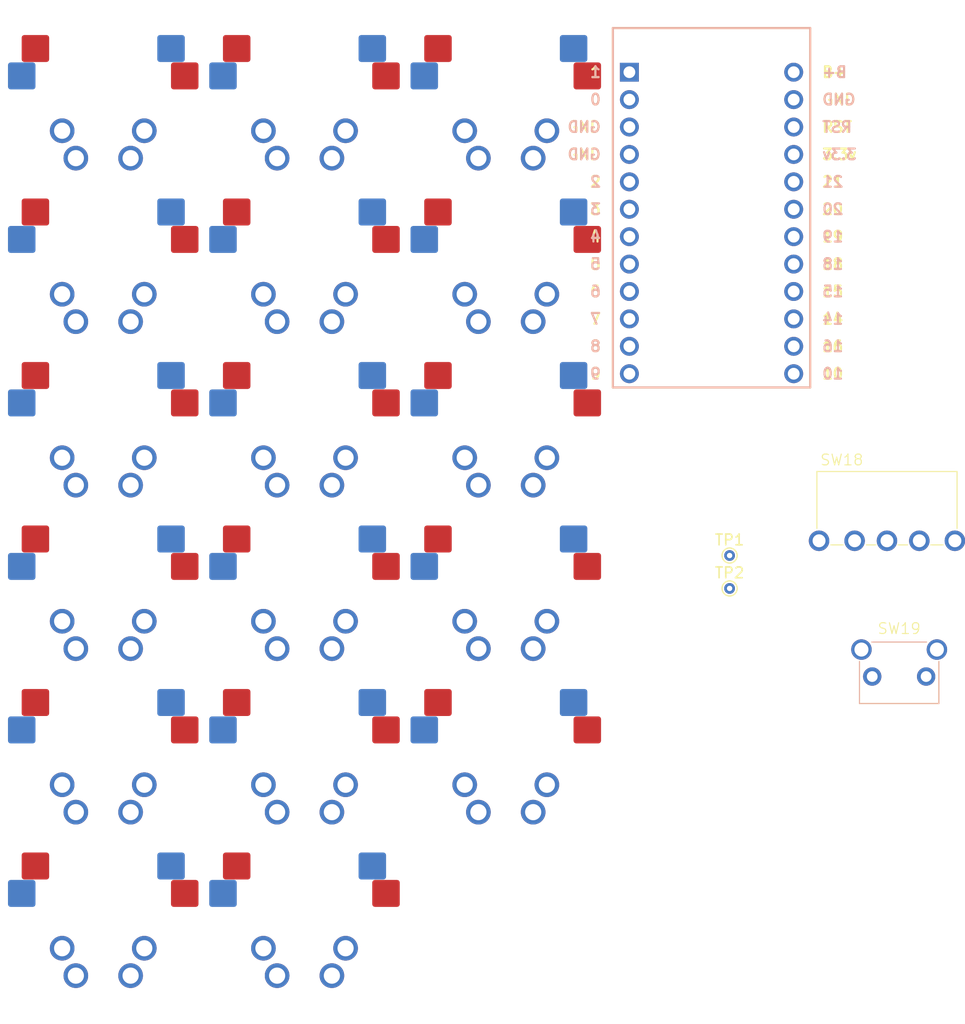
<source format=kicad_pcb>
(kicad_pcb (version 20241229) (generator "pcbnew") (generator_version "9.0")
  (layers (0 "F.Cu" signal) (2 "B.Cu" signal) (13 "F.Paste" user) (15 "B.Paste" user) (5 "F.SilkS" user "F.Silkscreen") (7 "B.SilkS" user "B.Silkscreen") (1 "F.Mask" user) (3 "B.Mask" user) (25 "Edge.Cuts" user))
  (net 0 "")
  (net 1 "SW1")
  (net 2 "GND")
  (net 3 "SW2")
  (net 4 "SW3")
  (net 5 "SW4")
  (net 6 "SW5")
  (net 7 "SW6")
  (net 8 "SW7")
  (net 9 "SW8")
  (net 10 "SW9")
  (net 11 "SW10")
  (net 12 "SW11")
  (net 13 "SW12")
  (net 14 "SW13")
  (net 15 "SW14")
  (net 16 "SW15")
  (net 17 "SW16")
  (net 18 "SW17")
  (net 19 "Net-(SW18-Pad2)")
  (net 21 "Net-(U1-B+)")
  (net 22 "RST")
  (footprint "BLE_KBD:MX_Optional_Reversible_1u" (layer "F.Cu") (at 330.239 81.278)
    (property "Reference" "SW11")
    (property "Value" "SW_Push_45deg")
    (pad "" np_thru_hole circle (at -5.08 0) (size 1.7018 1.7018) (drill 1.7018) (layers "*.Cu" "*.Mask"))
    (pad "" np_thru_hole circle (at -3.81 -2.54 180) (size 3 3) (drill 3) (layers "*.Cu" "*.Mask"))
    (pad "" np_thru_hole circle (at -2.54 -5.08) (size 3 3) (drill 3) (layers "*.Cu" "*.Mask"))
    (pad "" np_thru_hole circle (at 0 0) (size 3.9878 3.9878) (drill 3.9878) (layers "*.Cu" "*.Mask"))
    (pad "" np_thru_hole circle (at 2.54 -5.08 180) (size 3 3) (drill 3) (layers "*.Cu" "*.Mask"))
    (pad "" np_thru_hole circle (at 3.81 -2.54) (size 3 3) (drill 3) (layers "*.Cu" "*.Mask"))
    (pad "" np_thru_hole circle (at 5.08 0) (size 1.7018 1.7018) (drill 1.7018) (layers "*.Cu" "*.Mask"))
    (pad "1" smd roundrect (at -6.29 -5.08) (size 2.55 2.5) (layers "F.Cu" "F.Mask" "F.Paste") (roundrect_rratio 0.1) (net 12 "SW11"))
    (pad "1" thru_hole circle (at -3.81 2.54) (size 2.286 2.286) (drill 1.4986) (layers "*.Cu" "*.Mask") (net 12 "SW11"))
    (pad "1" thru_hole circle (at 3.81 2.54 180) (size 2.286 2.286) (drill 1.4986) (layers "*.Cu" "*.Mask") (net 12 "SW11"))
    (pad "1" smd roundrect (at 6.29 -5.08 180) (size 2.55 2.5) (layers "B.Cu" "B.Mask" "B.Paste") (roundrect_rratio 0.1) (net 12 "SW11"))
    (pad "2" smd roundrect (at -7.56 -2.54 180) (size 2.55 2.5) (layers "B.Cu" "B.Mask" "B.Paste") (roundrect_rratio 0.1) (net 2 "GND"))
    (pad "2" thru_hole circle (at -2.54 5.08 180) (size 2.286 2.286) (drill 1.4986) (layers "*.Cu" "*.Mask") (net 2 "GND"))
    (pad "2" thru_hole circle (at 2.54 5.08) (size 2.286 2.286) (drill 1.4986) (layers "*.Cu" "*.Mask") (net 2 "GND"))
    (pad "2" smd roundrect (at 7.56 -2.54) (size 2.55 2.5) (layers "F.Cu" "F.Mask" "F.Paste") (roundrect_rratio 0.1) (net 2 "GND"))
  )
  (footprint "TestPoint:TestPoint_THTPad_D1.0mm_Drill0.5mm" (layer "F.Cu") (at 369.669 62.578)
    (property "Reference" "TP1" (at 0 -1.448 0) (layer "F.SilkS"))
    (property "Value" "TestPoint_Small")
    (fp_circle (center 0 0) (end 0 0.7) (stroke (width 0.12)) (fill no) (layer "F.SilkS"))
    (pad "1" thru_hole circle (at 0 0) (size 1 1) (drill 0.5) (layers "*.Cu" "*.Mask") (net 19 "Net-(SW18-Pad2)"))
  )
  (footprint "BLE_KBD:MX_Optional_Reversible_1u" (layer "F.Cu") (at 311.569 96.428)
    (property "Reference" "SW6")
    (property "Value" "SW_Push_45deg")
    (pad "" np_thru_hole circle (at -5.08 0) (size 1.7018 1.7018) (drill 1.7018) (layers "*.Cu" "*.Mask"))
    (pad "" np_thru_hole circle (at -3.81 -2.54 180) (size 3 3) (drill 3) (layers "*.Cu" "*.Mask"))
    (pad "" np_thru_hole circle (at -2.54 -5.08) (size 3 3) (drill 3) (layers "*.Cu" "*.Mask"))
    (pad "" np_thru_hole circle (at 0 0) (size 3.9878 3.9878) (drill 3.9878) (layers "*.Cu" "*.Mask"))
    (pad "" np_thru_hole circle (at 2.54 -5.08 180) (size 3 3) (drill 3) (layers "*.Cu" "*.Mask"))
    (pad "" np_thru_hole circle (at 3.81 -2.54) (size 3 3) (drill 3) (layers "*.Cu" "*.Mask"))
    (pad "" np_thru_hole circle (at 5.08 0) (size 1.7018 1.7018) (drill 1.7018) (layers "*.Cu" "*.Mask"))
    (pad "1" smd roundrect (at -6.29 -5.08) (size 2.55 2.5) (layers "F.Cu" "F.Mask" "F.Paste") (roundrect_rratio 0.1) (net 7 "SW6"))
    (pad "1" thru_hole circle (at -3.81 2.54) (size 2.286 2.286) (drill 1.4986) (layers "*.Cu" "*.Mask") (net 7 "SW6"))
    (pad "1" thru_hole circle (at 3.81 2.54 180) (size 2.286 2.286) (drill 1.4986) (layers "*.Cu" "*.Mask") (net 7 "SW6"))
    (pad "1" smd roundrect (at 6.29 -5.08 180) (size 2.55 2.5) (layers "B.Cu" "B.Mask" "B.Paste") (roundrect_rratio 0.1) (net 7 "SW6"))
    (pad "2" smd roundrect (at -7.56 -2.54 180) (size 2.55 2.5) (layers "B.Cu" "B.Mask" "B.Paste") (roundrect_rratio 0.1) (net 2 "GND"))
    (pad "2" thru_hole circle (at -2.54 5.08 180) (size 2.286 2.286) (drill 1.4986) (layers "*.Cu" "*.Mask") (net 2 "GND"))
    (pad "2" thru_hole circle (at 2.54 5.08) (size 2.286 2.286) (drill 1.4986) (layers "*.Cu" "*.Mask") (net 2 "GND"))
    (pad "2" smd roundrect (at 7.56 -2.54) (size 2.55 2.5) (layers "F.Cu" "F.Mask" "F.Paste") (roundrect_rratio 0.1) (net 2 "GND"))
  )
  (footprint "BLE_KBD:MX_Optional_Reversible_1u" (layer "F.Cu") (at 311.569 81.278)
    (property "Reference" "SW5")
    (property "Value" "SW_Push_45deg")
    (pad "" np_thru_hole circle (at -5.08 0) (size 1.7018 1.7018) (drill 1.7018) (layers "*.Cu" "*.Mask"))
    (pad "" np_thru_hole circle (at -3.81 -2.54 180) (size 3 3) (drill 3) (layers "*.Cu" "*.Mask"))
    (pad "" np_thru_hole circle (at -2.54 -5.08) (size 3 3) (drill 3) (layers "*.Cu" "*.Mask"))
    (pad "" np_thru_hole circle (at 0 0) (size 3.9878 3.9878) (drill 3.9878) (layers "*.Cu" "*.Mask"))
    (pad "" np_thru_hole circle (at 2.54 -5.08 180) (size 3 3) (drill 3) (layers "*.Cu" "*.Mask"))
    (pad "" np_thru_hole circle (at 3.81 -2.54) (size 3 3) (drill 3) (layers "*.Cu" "*.Mask"))
    (pad "" np_thru_hole circle (at 5.08 0) (size 1.7018 1.7018) (drill 1.7018) (layers "*.Cu" "*.Mask"))
    (pad "1" smd roundrect (at -6.29 -5.08) (size 2.55 2.5) (layers "F.Cu" "F.Mask" "F.Paste") (roundrect_rratio 0.1) (net 6 "SW5"))
    (pad "1" thru_hole circle (at -3.81 2.54) (size 2.286 2.286) (drill 1.4986) (layers "*.Cu" "*.Mask") (net 6 "SW5"))
    (pad "1" thru_hole circle (at 3.81 2.54 180) (size 2.286 2.286) (drill 1.4986) (layers "*.Cu" "*.Mask") (net 6 "SW5"))
    (pad "1" smd roundrect (at 6.29 -5.08 180) (size 2.55 2.5) (layers "B.Cu" "B.Mask" "B.Paste") (roundrect_rratio 0.1) (net 6 "SW5"))
    (pad "2" smd roundrect (at -7.56 -2.54 180) (size 2.55 2.5) (layers "B.Cu" "B.Mask" "B.Paste") (roundrect_rratio 0.1) (net 2 "GND"))
    (pad "2" thru_hole circle (at -2.54 5.08 180) (size 2.286 2.286) (drill 1.4986) (layers "*.Cu" "*.Mask") (net 2 "GND"))
    (pad "2" thru_hole circle (at 2.54 5.08) (size 2.286 2.286) (drill 1.4986) (layers "*.Cu" "*.Mask") (net 2 "GND"))
    (pad "2" smd roundrect (at 7.56 -2.54) (size 2.55 2.5) (layers "F.Cu" "F.Mask" "F.Paste") (roundrect_rratio 0.1) (net 2 "GND"))
  )
  (footprint "BLE_KBD:MX_Optional_Reversible_1u" (layer "F.Cu") (at 311.569 50.978)
    (property "Reference" "SW3")
    (property "Value" "SW_Push_45deg")
    (pad "" np_thru_hole circle (at -5.08 0) (size 1.7018 1.7018) (drill 1.7018) (layers "*.Cu" "*.Mask"))
    (pad "" np_thru_hole circle (at -3.81 -2.54 180) (size 3 3) (drill 3) (layers "*.Cu" "*.Mask"))
    (pad "" np_thru_hole circle (at -2.54 -5.08) (size 3 3) (drill 3) (layers "*.Cu" "*.Mask"))
    (pad "" np_thru_hole circle (at 0 0) (size 3.9878 3.9878) (drill 3.9878) (layers "*.Cu" "*.Mask"))
    (pad "" np_thru_hole circle (at 2.54 -5.08 180) (size 3 3) (drill 3) (layers "*.Cu" "*.Mask"))
    (pad "" np_thru_hole circle (at 3.81 -2.54) (size 3 3) (drill 3) (layers "*.Cu" "*.Mask"))
    (pad "" np_thru_hole circle (at 5.08 0) (size 1.7018 1.7018) (drill 1.7018) (layers "*.Cu" "*.Mask"))
    (pad "1" smd roundrect (at -6.29 -5.08) (size 2.55 2.5) (layers "F.Cu" "F.Mask" "F.Paste") (roundrect_rratio 0.1) (net 4 "SW3"))
    (pad "1" thru_hole circle (at -3.81 2.54) (size 2.286 2.286) (drill 1.4986) (layers "*.Cu" "*.Mask") (net 4 "SW3"))
    (pad "1" thru_hole circle (at 3.81 2.54 180) (size 2.286 2.286) (drill 1.4986) (layers "*.Cu" "*.Mask") (net 4 "SW3"))
    (pad "1" smd roundrect (at 6.29 -5.08 180) (size 2.55 2.5) (layers "B.Cu" "B.Mask" "B.Paste") (roundrect_rratio 0.1) (net 4 "SW3"))
    (pad "2" smd roundrect (at -7.56 -2.54 180) (size 2.55 2.5) (layers "B.Cu" "B.Mask" "B.Paste") (roundrect_rratio 0.1) (net 2 "GND"))
    (pad "2" thru_hole circle (at -2.54 5.08 180) (size 2.286 2.286) (drill 1.4986) (layers "*.Cu" "*.Mask") (net 2 "GND"))
    (pad "2" thru_hole circle (at 2.54 5.08) (size 2.286 2.286) (drill 1.4986) (layers "*.Cu" "*.Mask") (net 2 "GND"))
    (pad "2" smd roundrect (at 7.56 -2.54) (size 2.55 2.5) (layers "F.Cu" "F.Mask" "F.Paste") (roundrect_rratio 0.1) (net 2 "GND"))
  )
  (footprint "BLE_KBD:MX_Optional_Reversible_1u" (layer "F.Cu") (at 311.569 20.678)
    (property "Reference" "SW1")
    (property "Value" "SW_Push_45deg")
    (pad "" np_thru_hole circle (at -5.08 0) (size 1.7018 1.7018) (drill 1.7018) (layers "*.Cu" "*.Mask"))
    (pad "" np_thru_hole circle (at -3.81 -2.54 180) (size 3 3) (drill 3) (layers "*.Cu" "*.Mask"))
    (pad "" np_thru_hole circle (at -2.54 -5.08) (size 3 3) (drill 3) (layers "*.Cu" "*.Mask"))
    (pad "" np_thru_hole circle (at 0 0) (size 3.9878 3.9878) (drill 3.9878) (layers "*.Cu" "*.Mask"))
    (pad "" np_thru_hole circle (at 2.54 -5.08 180) (size 3 3) (drill 3) (layers "*.Cu" "*.Mask"))
    (pad "" np_thru_hole circle (at 3.81 -2.54) (size 3 3) (drill 3) (layers "*.Cu" "*.Mask"))
    (pad "" np_thru_hole circle (at 5.08 0) (size 1.7018 1.7018) (drill 1.7018) (layers "*.Cu" "*.Mask"))
    (pad "1" smd roundrect (at -6.29 -5.08) (size 2.55 2.5) (layers "F.Cu" "F.Mask" "F.Paste") (roundrect_rratio 0.1) (net 1 "SW1"))
    (pad "1" thru_hole circle (at -3.81 2.54) (size 2.286 2.286) (drill 1.4986) (layers "*.Cu" "*.Mask") (net 1 "SW1"))
    (pad "1" thru_hole circle (at 3.81 2.54 180) (size 2.286 2.286) (drill 1.4986) (layers "*.Cu" "*.Mask") (net 1 "SW1"))
    (pad "1" smd roundrect (at 6.29 -5.08 180) (size 2.55 2.5) (layers "B.Cu" "B.Mask" "B.Paste") (roundrect_rratio 0.1) (net 1 "SW1"))
    (pad "2" smd roundrect (at -7.56 -2.54 180) (size 2.55 2.5) (layers "B.Cu" "B.Mask" "B.Paste") (roundrect_rratio 0.1) (net 2 "GND"))
    (pad "2" thru_hole circle (at -2.54 5.08 180) (size 2.286 2.286) (drill 1.4986) (layers "*.Cu" "*.Mask") (net 2 "GND"))
    (pad "2" thru_hole circle (at 2.54 5.08) (size 2.286 2.286) (drill 1.4986) (layers "*.Cu" "*.Mask") (net 2 "GND"))
    (pad "2" smd roundrect (at 7.56 -2.54) (size 2.55 2.5) (layers "F.Cu" "F.Mask" "F.Paste") (roundrect_rratio 0.1) (net 2 "GND"))
  )
  (footprint "BLE_KBD:SS12F23G5" (layer "F.Cu") (at 384.266 61.213)
    (property "Reference" "SW18" (at -4.191 -7.493 0) (layer "F.SilkS") (effects (font (thickness 0.1))))
    (property "Value" "~")
    (fp_line (start -6.5 -1.143) (end -6.5 -6.419) (stroke (width 0.1)) (layer "F.SilkS"))
    (fp_line (start -4.064 0.381) (end -5.207 0.381) (stroke (width 0.1)) (layer "F.SilkS"))
    (fp_line (start -1.016 0.381) (end -1.905 0.381) (stroke (width 0.1)) (layer "F.SilkS"))
    (fp_line (start 1.905 0.381) (end 1.016 0.381) (stroke (width 0.1)) (layer "F.SilkS"))
    (fp_line (start 5.207 0.381) (end 4.064 0.381) (stroke (width 0.1)) (layer "F.SilkS"))
    (fp_line (start 6.5 -6.419) (end -6.5 -6.419) (stroke (width 0.1)) (layer "F.SilkS"))
    (fp_line (start 6.5 -1.143) (end 6.5 -6.419) (stroke (width 0.1)) (layer "F.SilkS"))
    (pad "1" thru_hole circle (at -3 0 180) (size 1.9 1.9) (drill 1.2) (layers "*.Cu" "*.Mask") (net 21 "Net-(U1-B+)"))
    (pad "2" thru_hole circle (at 0 0 180) (size 1.9 1.9) (drill 1.2) (layers "*.Cu" "*.Mask") (net 19 "Net-(SW18-Pad2)"))
    (pad "3" thru_hole circle (at 3 0 180) (size 1.9 1.9) (drill 1.2) (layers "*.Cu" "*.Mask"))
    (pad "4" thru_hole circle (at 6.3 0 180) (size 1.9 1.9) (drill 1.2) (layers "*.Cu" "*.Mask") (net 2 "GND"))
    (pad "5" thru_hole circle (at -6.3 0 180) (size 1.9 1.9) (drill 1.2) (layers "*.Cu" "*.Mask") (net 2 "GND"))
  )
  (footprint "BLE_KBD:MX_Optional_Reversible_1u" (layer "F.Cu") (at 330.239 66.128)
    (property "Reference" "SW10")
    (property "Value" "SW_Push_45deg")
    (pad "" np_thru_hole circle (at -5.08 0) (size 1.7018 1.7018) (drill 1.7018) (layers "*.Cu" "*.Mask"))
    (pad "" np_thru_hole circle (at -3.81 -2.54 180) (size 3 3) (drill 3) (layers "*.Cu" "*.Mask"))
    (pad "" np_thru_hole circle (at -2.54 -5.08) (size 3 3) (drill 3) (layers "*.Cu" "*.Mask"))
    (pad "" np_thru_hole circle (at 0 0) (size 3.9878 3.9878) (drill 3.9878) (layers "*.Cu" "*.Mask"))
    (pad "" np_thru_hole circle (at 2.54 -5.08 180) (size 3 3) (drill 3) (layers "*.Cu" "*.Mask"))
    (pad "" np_thru_hole circle (at 3.81 -2.54) (size 3 3) (drill 3) (layers "*.Cu" "*.Mask"))
    (pad "" np_thru_hole circle (at 5.08 0) (size 1.7018 1.7018) (drill 1.7018) (layers "*.Cu" "*.Mask"))
    (pad "1" smd roundrect (at -6.29 -5.08) (size 2.55 2.5) (layers "F.Cu" "F.Mask" "F.Paste") (roundrect_rratio 0.1) (net 11 "SW10"))
    (pad "1" thru_hole circle (at -3.81 2.54) (size 2.286 2.286) (drill 1.4986) (layers "*.Cu" "*.Mask") (net 11 "SW10"))
    (pad "1" thru_hole circle (at 3.81 2.54 180) (size 2.286 2.286) (drill 1.4986) (layers "*.Cu" "*.Mask") (net 11 "SW10"))
    (pad "1" smd roundrect (at 6.29 -5.08 180) (size 2.55 2.5) (layers "B.Cu" "B.Mask" "B.Paste") (roundrect_rratio 0.1) (net 11 "SW10"))
    (pad "2" smd roundrect (at -7.56 -2.54 180) (size 2.55 2.5) (layers "B.Cu" "B.Mask" "B.Paste") (roundrect_rratio 0.1) (net 2 "GND"))
    (pad "2" thru_hole circle (at -2.54 5.08 180) (size 2.286 2.286) (drill 1.4986) (layers "*.Cu" "*.Mask") (net 2 "GND"))
    (pad "2" thru_hole circle (at 2.54 5.08) (size 2.286 2.286) (drill 1.4986) (layers "*.Cu" "*.Mask") (net 2 "GND"))
    (pad "2" smd roundrect (at 7.56 -2.54) (size 2.55 2.5) (layers "F.Cu" "F.Mask" "F.Paste") (roundrect_rratio 0.1) (net 2 "GND"))
  )
  (footprint "BLE_KBD:MX_Optional_Reversible_1.5u" (layer "F.Cu") (at 348.909 66.128)
    (property "Reference" "SW16")
    (property "Value" "SW_Push_45deg")
    (pad "" np_thru_hole circle (at -5.08 0) (size 1.7018 1.7018) (drill 1.7018) (layers "*.Cu" "*.Mask"))
    (pad "" np_thru_hole circle (at -3.81 -2.54 180) (size 3 3) (drill 3) (layers "*.Cu" "*.Mask"))
    (pad "" np_thru_hole circle (at -2.54 -5.08) (size 3 3) (drill 3) (layers "*.Cu" "*.Mask"))
    (pad "" np_thru_hole circle (at 0 0) (size 3.9878 3.9878) (drill 3.9878) (layers "*.Cu" "*.Mask"))
    (pad "" np_thru_hole circle (at 2.54 -5.08 180) (size 3 3) (drill 3) (layers "*.Cu" "*.Mask"))
    (pad "" np_thru_hole circle (at 3.81 -2.54) (size 3 3) (drill 3) (layers "*.Cu" "*.Mask"))
    (pad "" np_thru_hole circle (at 5.08 0) (size 1.7018 1.7018) (drill 1.7018) (layers "*.Cu" "*.Mask"))
    (pad "1" smd roundrect (at -6.29 -5.08) (size 2.55 2.5) (layers "F.Cu" "F.Mask" "F.Paste") (roundrect_rratio 0.1) (net 17 "SW16"))
    (pad "1" thru_hole circle (at -3.81 2.54) (size 2.286 2.286) (drill 1.4986) (layers "*.Cu" "*.Mask") (net 17 "SW16"))
    (pad "1" thru_hole circle (at 3.81 2.54 180) (size 2.286 2.286) (drill 1.4986) (layers "*.Cu" "*.Mask") (net 17 "SW16"))
    (pad "1" smd roundrect (at 6.29 -5.08 180) (size 2.55 2.5) (layers "B.Cu" "B.Mask" "B.Paste") (roundrect_rratio 0.1) (net 17 "SW16"))
    (pad "2" smd roundrect (at -7.56 -2.54 180) (size 2.55 2.5) (layers "B.Cu" "B.Mask" "B.Paste") (roundrect_rratio 0.1) (net 2 "GND"))
    (pad "2" thru_hole circle (at -2.54 5.08 180) (size 2.286 2.286) (drill 1.4986) (layers "*.Cu" "*.Mask") (net 2 "GND"))
    (pad "2" thru_hole circle (at 2.54 5.08) (size 2.286 2.286) (drill 1.4986) (layers "*.Cu" "*.Mask") (net 2 "GND"))
    (pad "2" smd roundrect (at 7.56 -2.54) (size 2.55 2.5) (layers "F.Cu" "F.Mask" "F.Paste") (roundrect_rratio 0.1) (net 2 "GND"))
  )
  (footprint "BLE_KBD:MX_Optional_Reversible_1u" (layer "F.Cu") (at 330.239 96.428)
    (property "Reference" "SW12")
    (property "Value" "SW_Push_45deg")
    (pad "" np_thru_hole circle (at -5.08 0) (size 1.7018 1.7018) (drill 1.7018) (layers "*.Cu" "*.Mask"))
    (pad "" np_thru_hole circle (at -3.81 -2.54 180) (size 3 3) (drill 3) (layers "*.Cu" "*.Mask"))
    (pad "" np_thru_hole circle (at -2.54 -5.08) (size 3 3) (drill 3) (layers "*.Cu" "*.Mask"))
    (pad "" np_thru_hole circle (at 0 0) (size 3.9878 3.9878) (drill 3.9878) (layers "*.Cu" "*.Mask"))
    (pad "" np_thru_hole circle (at 2.54 -5.08 180) (size 3 3) (drill 3) (layers "*.Cu" "*.Mask"))
    (pad "" np_thru_hole circle (at 3.81 -2.54) (size 3 3) (drill 3) (layers "*.Cu" "*.Mask"))
    (pad "" np_thru_hole circle (at 5.08 0) (size 1.7018 1.7018) (drill 1.7018) (layers "*.Cu" "*.Mask"))
    (pad "1" smd roundrect (at -6.29 -5.08) (size 2.55 2.5) (layers "F.Cu" "F.Mask" "F.Paste") (roundrect_rratio 0.1) (net 13 "SW12"))
    (pad "1" thru_hole circle (at -3.81 2.54) (size 2.286 2.286) (drill 1.4986) (layers "*.Cu" "*.Mask") (net 13 "SW12"))
    (pad "1" thru_hole circle (at 3.81 2.54 180) (size 2.286 2.286) (drill 1.4986) (layers "*.Cu" "*.Mask") (net 13 "SW12"))
    (pad "1" smd roundrect (at 6.29 -5.08 180) (size 2.55 2.5) (layers "B.Cu" "B.Mask" "B.Paste") (roundrect_rratio 0.1) (net 13 "SW12"))
    (pad "2" smd roundrect (at -7.56 -2.54 180) (size 2.55 2.5) (layers "B.Cu" "B.Mask" "B.Paste") (roundrect_rratio 0.1) (net 2 "GND"))
    (pad "2" thru_hole circle (at -2.54 5.08 180) (size 2.286 2.286) (drill 1.4986) (layers "*.Cu" "*.Mask") (net 2 "GND"))
    (pad "2" thru_hole circle (at 2.54 5.08) (size 2.286 2.286) (drill 1.4986) (layers "*.Cu" "*.Mask") (net 2 "GND"))
    (pad "2" smd roundrect (at 7.56 -2.54) (size 2.55 2.5) (layers "F.Cu" "F.Mask" "F.Paste") (roundrect_rratio 0.1) (net 2 "GND"))
  )
  (footprint "BLE_KBD:Nice_Nano_V2" (layer "F.Cu") (at 367.994 31.483)
    (property "Reference" "U1" (hide yes))
    (property "Value" "Nice_Nano_V2" (hide yes))
    (fp_line (start -9.15 -17.78) (end -9.15 15.52) (stroke (width 0.2)) (layer "F.SilkS"))
    (fp_line (start 9.15 -17.78) (end -9.15 -17.78) (stroke (width 0.2)) (layer "F.SilkS"))
    (fp_line (start 9.15 -17.78) (end 9.15 15.52) (stroke (width 0.2)) (layer "F.SilkS"))
    (fp_line (start 9.15 15.52) (end -9.15 15.52) (stroke (width 0.2)) (layer "F.SilkS"))
    (fp_line (start -9.15 15.52) (end -9.15 -17.78) (stroke (width 0.2)) (layer "B.SilkS"))
    (fp_line (start 9.15 -17.78) (end -9.15 -17.78) (stroke (width 0.2)) (layer "B.SilkS"))
    (fp_line (start 9.15 15.52) (end -9.15 15.52) (stroke (width 0.2)) (layer "B.SilkS"))
    (fp_line (start 9.15 15.52) (end 9.15 -17.78) (stroke (width 0.2)) (layer "B.SilkS"))
    (fp_text user "2" (at -10.16 -3.53 0) (layer "F.SilkS") (effects (font (thickness 0.2) (bold yes)) (justify right)))
    (fp_text user "19" (at 10.16 1.55 0) (layer "F.SilkS") (effects (font (thickness 0.2) (bold yes)) (justify left)))
    (fp_text user "15" (at 10.16 6.63 0) (layer "F.SilkS") (effects (font (thickness 0.2) (bold yes)) (justify left)))
    (fp_text user "5" (at -10.16 4.09 0) (layer "F.SilkS") (effects (font (thickness 0.2) (bold yes)) (justify right)))
    (fp_text user "8" (at -10.16 11.71 0) (layer "F.SilkS") (effects (font (thickness 0.2) (bold yes)) (justify right)))
    (fp_text user "0" (at -10.16 -11.15 0) (layer "F.SilkS") (effects (font (thickness 0.2) (bold yes)) (justify right)))
    (fp_text user "6" (at -10.16 6.63 0) (layer "F.SilkS") (effects (font (thickness 0.2) (bold yes)) (justify right)))
    (fp_text user "3" (at -10.16 -0.99 0) (layer "F.SilkS") (effects (font (thickness 0.2) (bold yes)) (justify right)))
    (fp_text user "RST" (at 10.16 -8.61 0) (layer "F.SilkS") (effects (font (thickness 0.2) (bold yes)) (justify left)))
    (fp_text user "B+" (at 10.16 -13.69 0) (layer "F.SilkS") (effects (font (thickness 0.2) (bold yes)) (justify left)))
    (fp_text user "7" (at -10.16 9.17 0) (layer "F.SilkS") (effects (font (thickness 0.2) (bold yes)) (justify right)))
    (fp_text user "1" (at -10.16 -13.69 0) (layer "F.SilkS") (effects (font (thickness 0.2) (bold yes)) (justify right)))
    (fp_text user "21" (at 10.16 -3.53 0) (layer "F.SilkS") (effects (font (thickness 0.2) (bold yes)) (justify left)))
    (fp_text user "18" (at 10.16 4.09 0) (layer "F.SilkS") (effects (font (thickness 0.2) (bold yes)) (justify left)))
    (fp_text user "9" (at -10.16 14.25 0) (layer "F.SilkS") (effects (font (thickness 0.2) (bold yes)) (justify right)))
    (fp_text user "10" (at 10.16 14.25 0) (layer "F.SilkS") (effects (font (thickness 0.2) (bold yes)) (justify left)))
    (fp_text user "16" (at 10.16 11.71 0) (layer "F.SilkS") (effects (font (thickness 0.2) (bold yes)) (justify left)))
    (fp_text user "14" (at 10.16 9.17 0) (layer "F.SilkS") (effects (font (thickness 0.2) (bold yes)) (justify left)))
    (fp_text user "GND" (at -10.16 -6.07 0) (layer "F.SilkS") (effects (font (thickness 0.2) (bold yes)) (justify right)))
    (fp_text user "GND" (at 10.16 -11.15 0) (layer "F.SilkS") (effects (font (thickness 0.2) (bold yes)) (justify left)))
    (fp_text user "4" (at -10.16 1.55 0) (layer "F.SilkS") (effects (font (thickness 0.2) (bold yes)) (justify right)))
    (fp_text user "GND" (at -10.16 -8.61 0) (layer "F.SilkS") (effects (font (thickness 0.2) (bold yes)) (justify right)))
    (fp_text user "20" (at 10.16 -0.99 0) (layer "F.SilkS") (effects (font (thickness 0.2) (bold yes)) (justify left)))
    (fp_text user "3.3v" (at 10.16 -6.07 0) (layer "F.SilkS") (effects (font (thickness 0.2) (bold yes)) (justify left)))
    (fp_text user "14" (at 10.16 9.17 0) (layer "B.SilkS") (effects (font (thickness 0.2) (bold yes)) (justify right mirror)))
    (fp_text user "8" (at -10.16 11.71 0) (layer "B.SilkS") (effects (font (thickness 0.2) (bold yes)) (justify left mirror)))
    (fp_text user "9" (at -10.16 14.25 0) (layer "B.SilkS") (effects (font (thickness 0.2) (bold yes)) (justify left mirror)))
    (fp_text user "B+" (at 10.16 -13.69 0) (layer "B.SilkS") (effects (font (thickness 0.2) (bold yes)) (justify right mirror)))
    (fp_text user "7" (at -10.16 9.17 0) (layer "B.SilkS") (effects (font (thickness 0.2) (bold yes)) (justify left mirror)))
    (fp_text user "GND" (at 10.16 -11.15 0) (layer "B.SilkS") (effects (font (thickness 0.2) (bold yes)) (justify right mirror)))
    (fp_text user "3" (at -10.16 -0.99 0) (layer "B.SilkS") (effects (font (thickness 0.2) (bold yes)) (justify left mirror)))
    (fp_text user "19" (at 10.16 1.55 0) (layer "B.SilkS") (effects (font (thickness 0.2) (bold yes)) (justify right mirror)))
    (fp_text user "GND" (at -10.16 -6.07 0) (layer "B.SilkS") (effects (font (thickness 0.2) (bold yes)) (justify left mirror)))
    (fp_text user "20" (at 10.16 -0.99 0) (layer "B.SilkS") (effects (font (thickness 0.2) (bold yes)) (justify right mirror)))
    (fp_text user "0" (at -10.16 -11.15 0) (layer "B.SilkS") (effects (font (thickness 0.2) (bold yes)) (justify left mirror)))
    (fp_text user "21" (at 10.16 -3.53 0) (layer "B.SilkS") (effects (font (thickness 0.2) (bold yes)) (justify right mirror)))
    (fp_text user "2" (at -10.16 -3.53 0) (layer "B.SilkS") (effects (font (thickness 0.2) (bold yes)) (justify left mirror)))
    (fp_text user "16" (at 10.16 11.71 0) (layer "B.SilkS") (effects (font (thickness 0.2) (bold yes)) (justify right mirror)))
    (fp_text user "RST" (at 10.16 -8.61 0) (layer "B.SilkS") (effects (font (thickness 0.2) (bold yes)) (justify right mirror)))
    (fp_text user "6" (at -10.16 6.63 0) (layer "B.SilkS") (effects (font (thickness 0.2) (bold yes)) (justify left mirror)))
    (fp_text user "3.3v" (at 10.16 -6.07 0) (layer "B.SilkS") (effects (font (thickness 0.2) (bold yes)) (justify right mirror)))
    (fp_text user "18" (at 10.16 4.09 0) (layer "B.SilkS") (effects (font (thickness 0.2) (bold yes)) (justify right mirror)))
    (fp_text user "GND" (at -10.16 -8.61 0) (layer "B.SilkS") (effects (font (thickness 0.2) (bold yes)) (justify left mirror)))
    (fp_text user "15" (at 10.16 6.63 0) (layer "B.SilkS") (effects (font (thickness 0.2) (bold yes)) (justify right mirror)))
    (fp_text user "4" (at -10.16 1.55 0) (layer "B.SilkS") (effects (font (thickness 0.2) (bold yes)) (justify left mirror)))
    (fp_text user "1" (at -10.16 -13.69 0) (layer "B.SilkS") (effects (font (thickness 0.2) (bold yes)) (justify left mirror)))
    (fp_text user "5" (at -10.16 4.09 0) (layer "B.SilkS") (effects (font (thickness 0.2) (bold yes)) (justify left mirror)))
    (fp_text user "10" (at 10.16 14.25 0) (layer "B.SilkS") (effects (font (thickness 0.2) (bold yes)) (justify right mirror)))
    (pad "1" thru_hole rect (at -7.62 -13.69 270) (size 1.7526 1.7526) (drill 1.0922) (layers "*.Cu" "*.Mask") (net 1 "SW1"))
    (pad "2" thru_hole circle (at -7.62 -11.15 270) (size 1.7526 1.7526) (drill 1.0922) (layers "*.Cu" "*.Mask") (net 3 "SW2"))
    (pad "3" thru_hole circle (at -7.62 -8.61 270) (size 1.7526 1.7526) (drill 1.0922) (layers "*.Cu" "*.Mask") (net 2 "GND"))
    (pad "4" thru_hole circle (at -7.62 -6.07 270) (size 1.7526 1.7526) (drill 1.0922) (layers "*.Cu" "*.Mask") (net 2 "GND"))
    (pad "5" thru_hole circle (at -7.62 -3.53 270) (size 1.7526 1.7526) (drill 1.0922) (layers "*.Cu" "*.Mask") (net 4 "SW3"))
    (pad "6" thru_hole circle (at -7.62 -0.99 270) (size 1.7526 1.7526) (drill 1.0922) (layers "*.Cu" "*.Mask") (net 5 "SW4"))
    (pad "7" thru_hole circle (at -7.62 1.55 270) (size 1.7526 1.7526) (drill 1.0922) (layers "*.Cu" "*.Mask") (net 6 "SW5"))
    (pad "8" thru_hole circle (at -7.62 4.09 270) (size 1.7526 1.7526) (drill 1.0922) (layers "*.Cu" "*.Mask") (net 7 "SW6"))
    (pad "9" thru_hole circle (at -7.62 6.63 270) (size 1.7526 1.7526) (drill 1.0922) (layers "*.Cu" "*.Mask") (net 8 "SW7"))
    (pad "10" thru_hole circle (at -7.62 9.17 270) (size 1.7526 1.7526) (drill 1.0922) (layers "*.Cu" "*.Mask") (net 9 "SW8"))
    (pad "11" thru_hole circle (at -7.62 11.71 270) (size 1.7526 1.7526) (drill 1.0922) (layers "*.Cu" "*.Mask") (net 10 "SW9"))
    (pad "12" thru_hole circle (at -7.62 14.25 270) (size 1.7526 1.7526) (drill 1.0922) (layers "*.Cu" "*.Mask") (net 11 "SW10"))
    (pad "13" thru_hole circle (at 7.62 14.25 270) (size 1.7526 1.7526) (drill 1.0922) (layers "*.Cu" "*.Mask") (net 12 "SW11"))
    (pad "14" thru_hole circle (at 7.62 11.71 270) (size 1.7526 1.7526) (drill 1.0922) (layers "*.Cu" "*.Mask") (net 13 "SW12"))
    (pad "15" thru_hole circle (at 7.62 9.17 270) (size 1.7526 1.7526) (drill 1.0922) (layers "*.Cu" "*.Mask") (net 14 "SW13"))
    (pad "16" thru_hole circle (at 7.62 6.63 270) (size 1.7526 1.7526) (drill 1.0922) (layers "*.Cu" "*.Mask") (net 15 "SW14"))
    (pad "17" thru_hole circle (at 7.62 4.09 270) (size 1.7526 1.7526) (drill 1.0922) (layers "*.Cu" "*.Mask") (net 16 "SW15"))
    (pad "18" thru_hole circle (at 7.62 1.55 270) (size 1.7526 1.7526) (drill 1.0922) (layers "*.Cu" "*.Mask") (net 17 "SW16"))
    (pad "19" thru_hole circle (at 7.62 -0.99 270) (size 1.7526 1.7526) (drill 1.0922) (layers "*.Cu" "*.Mask") (net 18 "SW17"))
    (pad "20" thru_hole circle (at 7.62 -3.53 270) (size 1.7526 1.7526) (drill 1.0922) (layers "*.Cu" "*.Mask"))
    (pad "21" thru_hole circle (at 7.62 -6.07 270) (size 1.7526 1.7526) (drill 1.0922) (layers "*.Cu" "*.Mask"))
    (pad "22" thru_hole circle (at 7.62 -8.61 270) (size 1.7526 1.7526) (drill 1.0922) (layers "*.Cu" "*.Mask") (net 22 "RST"))
    (pad "23" thru_hole circle (at 7.62 -11.15 270) (size 1.7526 1.7526) (drill 1.0922) (layers "*.Cu" "*.Mask") (net 2 "GND"))
    (pad "24" thru_hole circle (at 7.62 -13.69 270) (size 1.7526 1.7526) (drill 1.0922) (layers "*.Cu" "*.Mask") (net 21 "Net-(U1-B+)"))
  )
  (footprint "BLE_KBD:MX_Optional_Reversible_1u" (layer "F.Cu") (at 348.909 20.678)
    (property "Reference" "SW13")
    (property "Value" "SW_Push_45deg")
    (pad "" np_thru_hole circle (at -5.08 0) (size 1.7018 1.7018) (drill 1.7018) (layers "*.Cu" "*.Mask"))
    (pad "" np_thru_hole circle (at -3.81 -2.54 180) (size 3 3) (drill 3) (layers "*.Cu" "*.Mask"))
    (pad "" np_thru_hole circle (at -2.54 -5.08) (size 3 3) (drill 3) (layers "*.Cu" "*.Mask"))
    (pad "" np_thru_hole circle (at 0 0) (size 3.9878 3.9878) (drill 3.9878) (layers "*.Cu" "*.Mask"))
    (pad "" np_thru_hole circle (at 2.54 -5.08 180) (size 3 3) (drill 3) (layers "*.Cu" "*.Mask"))
    (pad "" np_thru_hole circle (at 3.81 -2.54) (size 3 3) (drill 3) (layers "*.Cu" "*.Mask"))
    (pad "" np_thru_hole circle (at 5.08 0) (size 1.7018 1.7018) (drill 1.7018) (layers "*.Cu" "*.Mask"))
    (pad "1" smd roundrect (at -6.29 -5.08) (size 2.55 2.5) (layers "F.Cu" "F.Mask" "F.Paste") (roundrect_rratio 0.1) (net 14 "SW13"))
    (pad "1" thru_hole circle (at -3.81 2.54) (size 2.286 2.286) (drill 1.4986) (layers "*.Cu" "*.Mask") (net 14 "SW13"))
    (pad "1" thru_hole circle (at 3.81 2.54 180) (size 2.286 2.286) (drill 1.4986) (layers "*.Cu" "*.Mask") (net 14 "SW13"))
    (pad "1" smd roundrect (at 6.29 -5.08 180) (size 2.55 2.5) (layers "B.Cu" "B.Mask" "B.Paste") (roundrect_rratio 0.1) (net 14 "SW13"))
    (pad "2" smd roundrect (at -7.56 -2.54 180) (size 2.55 2.5) (layers "B.Cu" "B.Mask" "B.Paste") (roundrect_rratio 0.1) (net 2 "GND"))
    (pad "2" thru_hole circle (at -2.54 5.08 180) (size 2.286 2.286) (drill 1.4986) (layers "*.Cu" "*.Mask") (net 2 "GND"))
    (pad "2" thru_hole circle (at 2.54 5.08) (size 2.286 2.286) (drill 1.4986) (layers "*.Cu" "*.Mask") (net 2 "GND"))
    (pad "2" smd roundrect (at 7.56 -2.54) (size 2.55 2.5) (layers "F.Cu" "F.Mask" "F.Paste") (roundrect_rratio 0.1) (net 2 "GND"))
  )
  (footprint "BLE_KBD:MX_Optional_Reversible_1u" (layer "F.Cu") (at 330.239 50.978)
    (property "Reference" "SW9")
    (property "Value" "SW_Push_45deg")
    (pad "" np_thru_hole circle (at -5.08 0) (size 1.7018 1.7018) (drill 1.7018) (layers "*.Cu" "*.Mask"))
    (pad "" np_thru_hole circle (at -3.81 -2.54 180) (size 3 3) (drill 3) (layers "*.Cu" "*.Mask"))
    (pad "" np_thru_hole circle (at -2.54 -5.08) (size 3 3) (drill 3) (layers "*.Cu" "*.Mask"))
    (pad "" np_thru_hole circle (at 0 0) (size 3.9878 3.9878) (drill 3.9878) (layers "*.Cu" "*.Mask"))
    (pad "" np_thru_hole circle (at 2.54 -5.08 180) (size 3 3) (drill 3) (layers "*.Cu" "*.Mask"))
    (pad "" np_thru_hole circle (at 3.81 -2.54) (size 3 3) (drill 3) (layers "*.Cu" "*.Mask"))
    (pad "" np_thru_hole circle (at 5.08 0) (size 1.7018 1.7018) (drill 1.7018) (layers "*.Cu" "*.Mask"))
    (pad "1" smd roundrect (at -6.29 -5.08) (size 2.55 2.5) (layers "F.Cu" "F.Mask" "F.Paste") (roundrect_rratio 0.1) (net 10 "SW9"))
    (pad "1" thru_hole circle (at -3.81 2.54) (size 2.286 2.286) (drill 1.4986) (layers "*.Cu" "*.Mask") (net 10 "SW9"))
    (pad "1" thru_hole circle (at 3.81 2.54 180) (size 2.286 2.286) (drill 1.4986) (layers "*.Cu" "*.Mask") (net 10 "SW9"))
    (pad "1" smd roundrect (at 6.29 -5.08 180) (size 2.55 2.5) (layers "B.Cu" "B.Mask" "B.Paste") (roundrect_rratio 0.1) (net 10 "SW9"))
    (pad "2" smd roundrect (at -7.56 -2.54 180) (size 2.55 2.5) (layers "B.Cu" "B.Mask" "B.Paste") (roundrect_rratio 0.1) (net 2 "GND"))
    (pad "2" thru_hole circle (at -2.54 5.08 180) (size 2.286 2.286) (drill 1.4986) (layers "*.Cu" "*.Mask") (net 2 "GND"))
    (pad "2" thru_hole circle (at 2.54 5.08) (size 2.286 2.286) (drill 1.4986) (layers "*.Cu" "*.Mask") (net 2 "GND"))
    (pad "2" smd roundrect (at 7.56 -2.54) (size 2.55 2.5) (layers "F.Cu" "F.Mask" "F.Paste") (roundrect_rratio 0.1) (net 2 "GND"))
  )
  (footprint "BLE_KBD:MX_Optional_Reversible_1u" (layer "F.Cu") (at 311.569 66.128)
    (property "Reference" "SW4")
    (property "Value" "SW_Push_45deg")
    (pad "" np_thru_hole circle (at -5.08 0) (size 1.7018 1.7018) (drill 1.7018) (layers "*.Cu" "*.Mask"))
    (pad "" np_thru_hole circle (at -3.81 -2.54 180) (size 3 3) (drill 3) (layers "*.Cu" "*.Mask"))
    (pad "" np_thru_hole circle (at -2.54 -5.08) (size 3 3) (drill 3) (layers "*.Cu" "*.Mask"))
    (pad "" np_thru_hole circle (at 0 0) (size 3.9878 3.9878) (drill 3.9878) (layers "*.Cu" "*.Mask"))
    (pad "" np_thru_hole circle (at 2.54 -5.08 180) (size 3 3) (drill 3) (layers "*.Cu" "*.Mask"))
    (pad "" np_thru_hole circle (at 3.81 -2.54) (size 3 3) (drill 3) (layers "*.Cu" "*.Mask"))
    (pad "" np_thru_hole circle (at 5.08 0) (size 1.7018 1.7018) (drill 1.7018) (layers "*.Cu" "*.Mask"))
    (pad "1" smd roundrect (at -6.29 -5.08) (size 2.55 2.5) (layers "F.Cu" "F.Mask" "F.Paste") (roundrect_rratio 0.1) (net 5 "SW4"))
    (pad "1" thru_hole circle (at -3.81 2.54) (size 2.286 2.286) (drill 1.4986) (layers "*.Cu" "*.Mask") (net 5 "SW4"))
    (pad "1" thru_hole circle (at 3.81 2.54 180) (size 2.286 2.286) (drill 1.4986) (layers "*.Cu" "*.Mask") (net 5 "SW4"))
    (pad "1" smd roundrect (at 6.29 -5.08 180) (size 2.55 2.5) (layers "B.Cu" "B.Mask" "B.Paste") (roundrect_rratio 0.1) (net 5 "SW4"))
    (pad "2" smd roundrect (at -7.56 -2.54 180) (size 2.55 2.5) (layers "B.Cu" "B.Mask" "B.Paste") (roundrect_rratio 0.1) (net 2 "GND"))
    (pad "2" thru_hole circle (at -2.54 5.08 180) (size 2.286 2.286) (drill 1.4986) (layers "*.Cu" "*.Mask") (net 2 "GND"))
    (pad "2" thru_hole circle (at 2.54 5.08) (size 2.286 2.286) (drill 1.4986) (layers "*.Cu" "*.Mask") (net 2 "GND"))
    (pad "2" smd roundrect (at 7.56 -2.54) (size 2.55 2.5) (layers "F.Cu" "F.Mask" "F.Paste") (roundrect_rratio 0.1) (net 2 "GND"))
  )
  (footprint "TestPoint:TestPoint_THTPad_D1.0mm_Drill0.5mm" (layer "F.Cu") (at 369.669 65.628)
    (property "Reference" "TP2" (at 0 -1.448 0) (layer "F.SilkS"))
    (property "Value" "TestPoint_Small")
    (fp_circle (center 0 0) (end 0 0.7) (stroke (width 0.12)) (fill no) (layer "F.SilkS"))
    (pad "1" thru_hole circle (at 0 0) (size 1 1) (drill 0.5) (layers "*.Cu" "*.Mask") (net 2 "GND"))
  )
  (footprint "BLE_KBD:MX_Optional_Reversible_1u" (layer "F.Cu") (at 348.909 50.978)
    (property "Reference" "SW15")
    (property "Value" "SW_Push_45deg")
    (pad "" np_thru_hole circle (at -5.08 0) (size 1.7018 1.7018) (drill 1.7018) (layers "*.Cu" "*.Mask"))
    (pad "" np_thru_hole circle (at -3.81 -2.54 180) (size 3 3) (drill 3) (layers "*.Cu" "*.Mask"))
    (pad "" np_thru_hole circle (at -2.54 -5.08) (size 3 3) (drill 3) (layers "*.Cu" "*.Mask"))
    (pad "" np_thru_hole circle (at 0 0) (size 3.9878 3.9878) (drill 3.9878) (layers "*.Cu" "*.Mask"))
    (pad "" np_thru_hole circle (at 2.54 -5.08 180) (size 3 3) (drill 3) (layers "*.Cu" "*.Mask"))
    (pad "" np_thru_hole circle (at 3.81 -2.54) (size 3 3) (drill 3) (layers "*.Cu" "*.Mask"))
    (pad "" np_thru_hole circle (at 5.08 0) (size 1.7018 1.7018) (drill 1.7018) (layers "*.Cu" "*.Mask"))
    (pad "1" smd roundrect (at -6.29 -5.08) (size 2.55 2.5) (layers "F.Cu" "F.Mask" "F.Paste") (roundrect_rratio 0.1) (net 16 "SW15"))
    (pad "1" thru_hole circle (at -3.81 2.54) (size 2.286 2.286) (drill 1.4986) (layers "*.Cu" "*.Mask") (net 16 "SW15"))
    (pad "1" thru_hole circle (at 3.81 2.54 180) (size 2.286 2.286) (drill 1.4986) (layers "*.Cu" "*.Mask") (net 16 "SW15"))
    (pad "1" smd roundrect (at 6.29 -5.08 180) (size 2.55 2.5) (layers "B.Cu" "B.Mask" "B.Paste") (roundrect_rratio 0.1) (net 16 "SW15"))
    (pad "2" smd roundrect (at -7.56 -2.54 180) (size 2.55 2.5) (layers "B.Cu" "B.Mask" "B.Paste") (roundrect_rratio 0.1) (net 2 "GND"))
    (pad "2" thru_hole circle (at -2.54 5.08 180) (size 2.286 2.286) (drill 1.4986) (layers "*.Cu" "*.Mask") (net 2 "GND"))
    (pad "2" thru_hole circle (at 2.54 5.08) (size 2.286 2.286) (drill 1.4986) (layers "*.Cu" "*.Mask") (net 2 "GND"))
    (pad "2" smd roundrect (at 7.56 -2.54) (size 2.55 2.5) (layers "F.Cu" "F.Mask" "F.Paste") (roundrect_rratio 0.1) (net 2 "GND"))
  )
  (footprint "BLE_KBD:MX_Optional_Reversible_1u" (layer "F.Cu") (at 330.239 35.828)
    (property "Reference" "SW8")
    (property "Value" "SW_Push_45deg")
    (pad "" np_thru_hole circle (at -5.08 0) (size 1.7018 1.7018) (drill 1.7018) (layers "*.Cu" "*.Mask"))
    (pad "" np_thru_hole circle (at -3.81 -2.54 180) (size 3 3) (drill 3) (layers "*.Cu" "*.Mask"))
    (pad "" np_thru_hole circle (at -2.54 -5.08) (size 3 3) (drill 3) (layers "*.Cu" "*.Mask"))
    (pad "" np_thru_hole circle (at 0 0) (size 3.9878 3.9878) (drill 3.9878) (layers "*.Cu" "*.Mask"))
    (pad "" np_thru_hole circle (at 2.54 -5.08 180) (size 3 3) (drill 3) (layers "*.Cu" "*.Mask"))
    (pad "" np_thru_hole circle (at 3.81 -2.54) (size 3 3) (drill 3) (layers "*.Cu" "*.Mask"))
    (pad "" np_thru_hole circle (at 5.08 0) (size 1.7018 1.7018) (drill 1.7018) (layers "*.Cu" "*.Mask"))
    (pad "1" smd roundrect (at -6.29 -5.08) (size 2.55 2.5) (layers "F.Cu" "F.Mask" "F.Paste") (roundrect_rratio 0.1) (net 9 "SW8"))
    (pad "1" thru_hole circle (at -3.81 2.54) (size 2.286 2.286) (drill 1.4986) (layers "*.Cu" "*.Mask") (net 9 "SW8"))
    (pad "1" thru_hole circle (at 3.81 2.54 180) (size 2.286 2.286) (drill 1.4986) (layers "*.Cu" "*.Mask") (net 9 "SW8"))
    (pad "1" smd roundrect (at 6.29 -5.08 180) (size 2.55 2.5) (layers "B.Cu" "B.Mask" "B.Paste") (roundrect_rratio 0.1) (net 9 "SW8"))
    (pad "2" smd roundrect (at -7.56 -2.54 180) (size 2.55 2.5) (layers "B.Cu" "B.Mask" "B.Paste") (roundrect_rratio 0.1) (net 2 "GND"))
    (pad "2" thru_hole circle (at -2.54 5.08 180) (size 2.286 2.286) (drill 1.4986) (layers "*.Cu" "*.Mask") (net 2 "GND"))
    (pad "2" thru_hole circle (at 2.54 5.08) (size 2.286 2.286) (drill 1.4986) (layers "*.Cu" "*.Mask") (net 2 "GND"))
    (pad "2" smd roundrect (at 7.56 -2.54) (size 2.55 2.5) (layers "F.Cu" "F.Mask" "F.Paste") (roundrect_rratio 0.1) (net 2 "GND"))
  )
  (footprint "BLE_KBD:MX_Optional_Reversible_1u" (layer "F.Cu") (at 330.239 20.678)
    (property "Reference" "SW7")
    (property "Value" "SW_Push_45deg")
    (pad "" np_thru_hole circle (at -5.08 0) (size 1.7018 1.7018) (drill 1.7018) (layers "*.Cu" "*.Mask"))
    (pad "" np_thru_hole circle (at -3.81 -2.54 180) (size 3 3) (drill 3) (layers "*.Cu" "*.Mask"))
    (pad "" np_thru_hole circle (at -2.54 -5.08) (size 3 3) (drill 3) (layers "*.Cu" "*.Mask"))
    (pad "" np_thru_hole circle (at 0 0) (size 3.9878 3.9878) (drill 3.9878) (layers "*.Cu" "*.Mask"))
    (pad "" np_thru_hole circle (at 2.54 -5.08 180) (size 3 3) (drill 3) (layers "*.Cu" "*.Mask"))
    (pad "" np_thru_hole circle (at 3.81 -2.54) (size 3 3) (drill 3) (layers "*.Cu" "*.Mask"))
    (pad "" np_thru_hole circle (at 5.08 0) (size 1.7018 1.7018) (drill 1.7018) (layers "*.Cu" "*.Mask"))
    (pad "1" smd roundrect (at -6.29 -5.08) (size 2.55 2.5) (layers "F.Cu" "F.Mask" "F.Paste") (roundrect_rratio 0.1) (net 8 "SW7"))
    (pad "1" thru_hole circle (at -3.81 2.54) (size 2.286 2.286) (drill 1.4986) (layers "*.Cu" "*.Mask") (net 8 "SW7"))
    (pad "1" thru_hole circle (at 3.81 2.54 180) (size 2.286 2.286) (drill 1.4986) (layers "*.Cu" "*.Mask") (net 8 "SW7"))
    (pad "1" smd roundrect (at 6.29 -5.08 180) (size 2.55 2.5) (layers "B.Cu" "B.Mask" "B.Paste") (roundrect_rratio 0.1) (net 8 "SW7"))
    (pad "2" smd roundrect (at -7.56 -2.54 180) (size 2.55 2.5) (layers "B.Cu" "B.Mask" "B.Paste") (roundrect_rratio 0.1) (net 2 "GND"))
    (pad "2" thru_hole circle (at -2.54 5.08 180) (size 2.286 2.286) (drill 1.4986) (layers "*.Cu" "*.Mask") (net 2 "GND"))
    (pad "2" thru_hole circle (at 2.54 5.08) (size 2.286 2.286) (drill 1.4986) (layers "*.Cu" "*.Mask") (net 2 "GND"))
    (pad "2" smd roundrect (at 7.56 -2.54) (size 2.55 2.5) (layers "F.Cu" "F.Mask" "F.Paste") (roundrect_rratio 0.1) (net 2 "GND"))
  )
  (footprint "BLE_KBD:MX_Optional_Reversible_1u" (layer "F.Cu") (at 348.909 35.828)
    (property "Reference" "SW14")
    (property "Value" "SW_Push_45deg")
    (pad "" np_thru_hole circle (at -5.08 0) (size 1.7018 1.7018) (drill 1.7018) (layers "*.Cu" "*.Mask"))
    (pad "" np_thru_hole circle (at -3.81 -2.54 180) (size 3 3) (drill 3) (layers "*.Cu" "*.Mask"))
    (pad "" np_thru_hole circle (at -2.54 -5.08) (size 3 3) (drill 3) (layers "*.Cu" "*.Mask"))
    (pad "" np_thru_hole circle (at 0 0) (size 3.9878 3.9878) (drill 3.9878) (layers "*.Cu" "*.Mask"))
    (pad "" np_thru_hole circle (at 2.54 -5.08 180) (size 3 3) (drill 3) (layers "*.Cu" "*.Mask"))
    (pad "" np_thru_hole circle (at 3.81 -2.54) (size 3 3) (drill 3) (layers "*.Cu" "*.Mask"))
    (pad "" np_thru_hole circle (at 5.08 0) (size 1.7018 1.7018) (drill 1.7018) (layers "*.Cu" "*.Mask"))
    (pad "1" smd roundrect (at -6.29 -5.08) (size 2.55 2.5) (layers "F.Cu" "F.Mask" "F.Paste") (roundrect_rratio 0.1) (net 15 "SW14"))
    (pad "1" thru_hole circle (at -3.81 2.54) (size 2.286 2.286) (drill 1.4986) (layers "*.Cu" "*.Mask") (net 15 "SW14"))
    (pad "1" thru_hole circle (at 3.81 2.54 180) (size 2.286 2.286) (drill 1.4986) (layers "*.Cu" "*.Mask") (net 15 "SW14"))
    (pad "1" smd roundrect (at 6.29 -5.08 180) (size 2.55 2.5) (layers "B.Cu" "B.Mask" "B.Paste") (roundrect_rratio 0.1) (net 15 "SW14"))
    (pad "2" smd roundrect (at -7.56 -2.54 180) (size 2.55 2.5) (layers "B.Cu" "B.Mask" "B.Paste") (roundrect_rratio 0.1) (net 2 "GND"))
    (pad "2" thru_hole circle (at -2.54 5.08 180) (size 2.286 2.286) (drill 1.4986) (layers "*.Cu" "*.Mask") (net 2 "GND"))
    (pad "2" thru_hole circle (at 2.54 5.08) (size 2.286 2.286) (drill 1.4986) (layers "*.Cu" "*.Mask") (net 2 "GND"))
    (pad "2" smd roundrect (at 7.56 -2.54) (size 2.55 2.5) (layers "F.Cu" "F.Mask" "F.Paste") (roundrect_rratio 0.1) (net 2 "GND"))
  )
  (footprint "BLE_KBD:MX_Optional_Reversible_1u" (layer "F.Cu") (at 311.569 35.828)
    (property "Reference" "SW2")
    (property "Value" "SW_Push_45deg")
    (pad "" np_thru_hole circle (at -5.08 0) (size 1.7018 1.7018) (drill 1.7018) (layers "*.Cu" "*.Mask"))
    (pad "" np_thru_hole circle (at -3.81 -2.54 180) (size 3 3) (drill 3) (layers "*.Cu" "*.Mask"))
    (pad "" np_thru_hole circle (at -2.54 -5.08) (size 3 3) (drill 3) (layers "*.Cu" "*.Mask"))
    (pad "" np_thru_hole circle (at 0 0) (size 3.9878 3.9878) (drill 3.9878) (layers "*.Cu" "*.Mask"))
    (pad "" np_thru_hole circle (at 2.54 -5.08 180) (size 3 3) (drill 3) (layers "*.Cu" "*.Mask"))
    (pad "" np_thru_hole circle (at 3.81 -2.54) (size 3 3) (drill 3) (layers "*.Cu" "*.Mask"))
    (pad "" np_thru_hole circle (at 5.08 0) (size 1.7018 1.7018) (drill 1.7018) (layers "*.Cu" "*.Mask"))
    (pad "1" smd roundrect (at -6.29 -5.08) (size 2.55 2.5) (layers "F.Cu" "F.Mask" "F.Paste") (roundrect_rratio 0.1) (net 3 "SW2"))
    (pad "1" thru_hole circle (at -3.81 2.54) (size 2.286 2.286) (drill 1.4986) (layers "*.Cu" "*.Mask") (net 3 "SW2"))
    (pad "1" thru_hole circle (at 3.81 2.54 180) (size 2.286 2.286) (drill 1.4986) (layers "*.Cu" "*.Mask") (net 3 "SW2"))
    (pad "1" smd roundrect (at 6.29 -5.08 180) (size 2.55 2.5) (layers "B.Cu" "B.Mask" "B.Paste") (roundrect_rratio 0.1) (net 3 "SW2"))
    (pad "2" smd roundrect (at -7.56 -2.54 180) (size 2.55 2.5) (layers "B.Cu" "B.Mask" "B.Paste") (roundrect_rratio 0.1) (net 2 "GND"))
    (pad "2" thru_hole circle (at -2.54 5.08 180) (size 2.286 2.286) (drill 1.4986) (layers "*.Cu" "*.Mask") (net 2 "GND"))
    (pad "2" thru_hole circle (at 2.54 5.08) (size 2.286 2.286) (drill 1.4986) (layers "*.Cu" "*.Mask") (net 2 "GND"))
    (pad "2" smd roundrect (at 7.56 -2.54) (size 2.55 2.5) (layers "F.Cu" "F.Mask" "F.Paste") (roundrect_rratio 0.1) (net 2 "GND"))
  )
  (footprint "BLE_KBD:SW_SIDE_MOUNT" (layer "F.Cu") (at 385.398 73.792)
    (property "Reference" "SW19" (at 0 -4.445 0) (layer "F.SilkS") (effects (font (thickness 0.1))))
    (property "Value" "~")
    (fp_line (start -3.683 -1.397) (end -3.683 2.5) (stroke (width 0.1)) (layer "F.SilkS"))
    (fp_line (start -3.683 2.5) (end 3.683 2.5) (stroke (width 0.1)) (layer "F.SilkS"))
    (fp_line (start 2.54 -3.2) (end -2.54 -3.2) (stroke (width 0.1)) (layer "F.SilkS"))
    (fp_line (start 3.683 -1.397) (end 3.683 2.5) (stroke (width 0.1)) (layer "F.SilkS"))
    (fp_line (start -3.683 -1.397) (end -3.683 2.5) (stroke (width 0.1)) (layer "B.SilkS"))
    (fp_line (start -2.54 -3.2) (end 2.54 -3.2) (stroke (width 0.1)) (layer "B.SilkS"))
    (fp_line (start 3.683 -1.397) (end 3.683 2.5) (stroke (width 0.1)) (layer "B.SilkS"))
    (fp_line (start 3.683 2.5) (end -3.683 2.5) (stroke (width 0.1)) (layer "B.SilkS"))
    (pad "1" thru_hole circle (at -2.5 0) (size 1.7 1.7) (drill 1) (layers "*.Cu" "*.Mask") (net 22 "RST"))
    (pad "2" thru_hole circle (at 2.5 0) (size 1.7 1.7) (drill 1) (layers "*.Cu" "*.Mask") (net 2 "GND"))
    (pad "3" thru_hole circle (at -3.5 -2.5) (size 1.9 1.9) (drill 1.3) (layers "*.Cu" "*.Mask") (net 2 "GND"))
    (pad "4" thru_hole circle (at 3.5 -2.5) (size 1.9 1.9) (drill 1.3) (layers "*.Cu" "*.Mask") (net 2 "GND"))
  )
  (footprint "BLE_KBD:MX_Optional_Reversible_1.5u" (layer "F.Cu") (at 348.909 81.278)
    (property "Reference" "SW17")
    (property "Value" "SW_Push_45deg")
    (pad "" np_thru_hole circle (at -5.08 0) (size 1.7018 1.7018) (drill 1.7018) (layers "*.Cu" "*.Mask"))
    (pad "" np_thru_hole circle (at -3.81 -2.54 180) (size 3 3) (drill 3) (layers "*.Cu" "*.Mask"))
    (pad "" np_thru_hole circle (at -2.54 -5.08) (size 3 3) (drill 3) (layers "*.Cu" "*.Mask"))
    (pad "" np_thru_hole circle (at 0 0) (size 3.9878 3.9878) (drill 3.9878) (layers "*.Cu" "*.Mask"))
    (pad "" np_thru_hole circle (at 2.54 -5.08 180) (size 3 3) (drill 3) (layers "*.Cu" "*.Mask"))
    (pad "" np_thru_hole circle (at 3.81 -2.54) (size 3 3) (drill 3) (layers "*.Cu" "*.Mask"))
    (pad "" np_thru_hole circle (at 5.08 0) (size 1.7018 1.7018) (drill 1.7018) (layers "*.Cu" "*.Mask"))
    (pad "1" smd roundrect (at -6.29 -5.08) (size 2.55 2.5) (layers "F.Cu" "F.Mask" "F.Paste") (roundrect_rratio 0.1) (net 18 "SW17"))
    (pad "1" thru_hole circle (at -3.81 2.54) (size 2.286 2.286) (drill 1.4986) (layers "*.Cu" "*.Mask") (net 18 "SW17"))
    (pad "1" thru_hole circle (at 3.81 2.54 180) (size 2.286 2.286) (drill 1.4986) (layers "*.Cu" "*.Mask") (net 18 "SW17"))
    (pad "1" smd roundrect (at 6.29 -5.08 180) (size 2.55 2.5) (layers "B.Cu" "B.Mask" "B.Paste") (roundrect_rratio 0.1) (net 18 "SW17"))
    (pad "2" smd roundrect (at -7.56 -2.54 180) (size 2.55 2.5) (layers "B.Cu" "B.Mask" "B.Paste") (roundrect_rratio 0.1) (net 2 "GND"))
    (pad "2" thru_hole circle (at -2.54 5.08 180) (size 2.286 2.286) (drill 1.4986) (layers "*.Cu" "*.Mask") (net 2 "GND"))
    (pad "2" thru_hole circle (at 2.54 5.08) (size 2.286 2.286) (drill 1.4986) (layers "*.Cu" "*.Mask") (net 2 "GND"))
    (pad "2" smd roundrect (at 7.56 -2.54) (size 2.55 2.5) (layers "F.Cu" "F.Mask" "F.Paste") (roundrect_rratio 0.1) (net 2 "GND"))
  )
)
</source>
